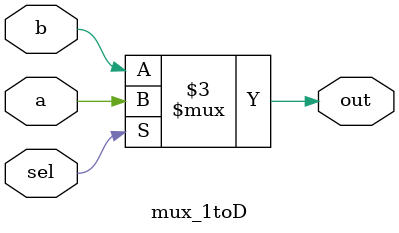
<source format=v>
module mux_1toD(
                  a,
                  b,
                  sel,
                  out
);

//Parameter
parameter D=1 ;    //   D : Data width 



//wire&reg
input wire [D-1:0] a;
input wire [D-1:0] b;
input wire sel;
output reg [D-1:0] out;



//logic
always @ (sel)
   begin
      if(sel)
         out<=a;
      else             
         out<=b;
   end        
  
endmodule

</source>
